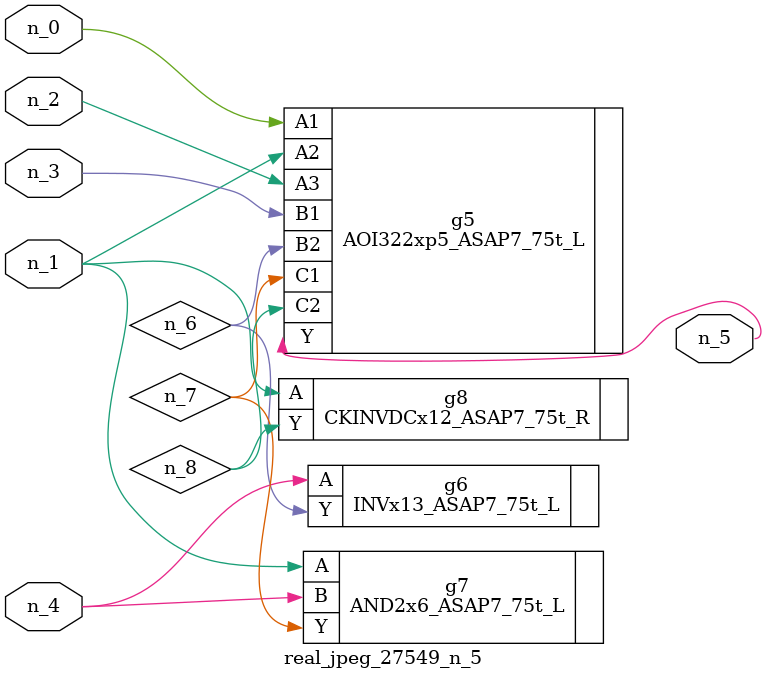
<source format=v>
module real_jpeg_27549_n_5 (n_4, n_0, n_1, n_2, n_3, n_5);

input n_4;
input n_0;
input n_1;
input n_2;
input n_3;

output n_5;

wire n_8;
wire n_6;
wire n_7;

AOI322xp5_ASAP7_75t_L g5 ( 
.A1(n_0),
.A2(n_1),
.A3(n_2),
.B1(n_3),
.B2(n_6),
.C1(n_7),
.C2(n_8),
.Y(n_5)
);

AND2x6_ASAP7_75t_L g7 ( 
.A(n_1),
.B(n_4),
.Y(n_7)
);

CKINVDCx12_ASAP7_75t_R g8 ( 
.A(n_1),
.Y(n_8)
);

INVx13_ASAP7_75t_L g6 ( 
.A(n_4),
.Y(n_6)
);


endmodule
</source>
